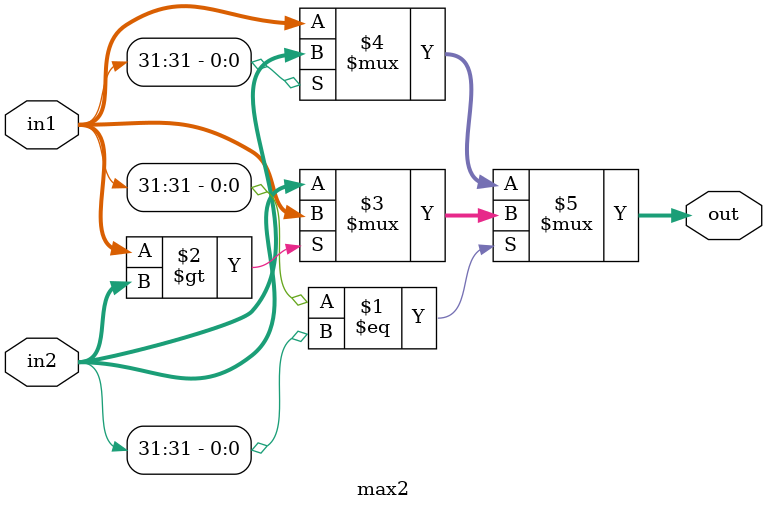
<source format=v>
`timescale 1ns / 1ps
module max2#(parameter M=32)(
input [M-1:0]in1,in2, 
output [M-1:0]out);
assign out = (in1[M-1]==in2[M-1])?(in1>in2?in1:in2):(in1[M-1]?in2:in1);
endmodule
</source>
